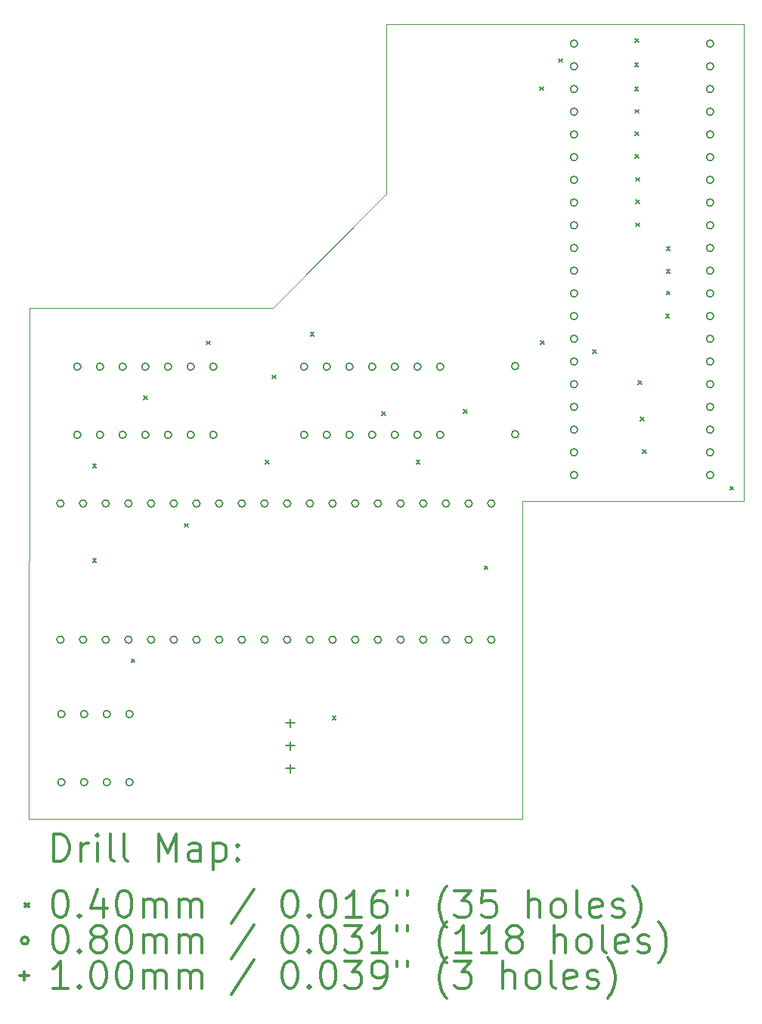
<source format=gbr>
%FSLAX45Y45*%
G04 Gerber Fmt 4.5, Leading zero omitted, Abs format (unit mm)*
G04 Created by KiCad (PCBNEW (5.1.7)-1) date 2021-07-10 09:41:06*
%MOMM*%
%LPD*%
G01*
G04 APERTURE LIST*
%TA.AperFunction,Profile*%
%ADD10C,0.050000*%
%TD*%
%ADD11C,0.200000*%
%ADD12C,0.300000*%
G04 APERTURE END LIST*
D10*
X10160000Y-8890000D02*
X11430000Y-7613650D01*
X15430500Y-5715000D02*
X15430500Y-11049000D01*
X11430000Y-5715000D02*
X15430500Y-5715000D01*
X11430000Y-7613650D02*
X11430000Y-5715000D01*
X7429500Y-8890000D02*
X10160000Y-8890000D01*
X7423150Y-14605000D02*
X7429500Y-8890000D01*
X12954000Y-14605000D02*
X7423150Y-14605000D01*
X12954000Y-11049000D02*
X12954000Y-14605000D01*
X15430500Y-11049000D02*
X12954000Y-11049000D01*
D11*
X8139750Y-10635300D02*
X8179750Y-10675300D01*
X8179750Y-10635300D02*
X8139750Y-10675300D01*
X8139750Y-11689400D02*
X8179750Y-11729400D01*
X8179750Y-11689400D02*
X8139750Y-11729400D01*
X8571550Y-12813350D02*
X8611550Y-12853350D01*
X8611550Y-12813350D02*
X8571550Y-12853350D01*
X8713540Y-9871010D02*
X8753540Y-9911010D01*
X8753540Y-9871010D02*
X8713540Y-9911010D01*
X9170210Y-11298180D02*
X9210210Y-11338180D01*
X9210210Y-11298180D02*
X9170210Y-11338180D01*
X9416100Y-9257350D02*
X9456100Y-9297350D01*
X9456100Y-9257350D02*
X9416100Y-9297350D01*
X10076350Y-10591420D02*
X10116350Y-10631420D01*
X10116350Y-10591420D02*
X10076350Y-10631420D01*
X10151090Y-9637450D02*
X10191090Y-9677450D01*
X10191090Y-9637450D02*
X10151090Y-9677450D01*
X10578400Y-9162350D02*
X10618400Y-9202350D01*
X10618400Y-9162350D02*
X10578400Y-9202350D01*
X10825800Y-13454700D02*
X10865800Y-13494700D01*
X10865800Y-13454700D02*
X10825800Y-13494700D01*
X11378200Y-10046370D02*
X11418200Y-10086370D01*
X11418200Y-10046370D02*
X11378200Y-10086370D01*
X11765600Y-10590850D02*
X11805600Y-10630850D01*
X11805600Y-10590850D02*
X11765600Y-10630850D01*
X12292650Y-10025700D02*
X12332650Y-10065700D01*
X12332650Y-10025700D02*
X12292650Y-10065700D01*
X12527600Y-11771950D02*
X12567600Y-11811950D01*
X12567600Y-11771950D02*
X12527600Y-11811950D01*
X13149900Y-6412550D02*
X13189900Y-6452550D01*
X13189900Y-6412550D02*
X13149900Y-6452550D01*
X13154790Y-9255590D02*
X13194790Y-9295590D01*
X13194790Y-9255590D02*
X13154790Y-9295590D01*
X13359390Y-6098150D02*
X13399390Y-6138150D01*
X13399390Y-6098150D02*
X13359390Y-6138150D01*
X13741390Y-9352280D02*
X13781390Y-9392280D01*
X13781390Y-9352280D02*
X13741390Y-9392280D01*
X14210350Y-6145850D02*
X14250350Y-6185850D01*
X14250350Y-6145850D02*
X14210350Y-6185850D01*
X14210350Y-6418900D02*
X14250350Y-6458900D01*
X14250350Y-6418900D02*
X14210350Y-6458900D01*
X14216700Y-5872800D02*
X14256700Y-5912800D01*
X14256700Y-5872800D02*
X14216700Y-5912800D01*
X14216700Y-6666550D02*
X14256700Y-6706550D01*
X14256700Y-6666550D02*
X14216700Y-6706550D01*
X14216700Y-6914200D02*
X14256700Y-6954200D01*
X14256700Y-6914200D02*
X14216700Y-6954200D01*
X14216700Y-7168200D02*
X14256700Y-7208200D01*
X14256700Y-7168200D02*
X14216700Y-7208200D01*
X14223050Y-7428550D02*
X14263050Y-7468550D01*
X14263050Y-7428550D02*
X14223050Y-7468550D01*
X14223050Y-7676200D02*
X14263050Y-7716200D01*
X14263050Y-7676200D02*
X14223050Y-7716200D01*
X14223050Y-7936550D02*
X14263050Y-7976550D01*
X14263050Y-7936550D02*
X14223050Y-7976550D01*
X14248450Y-9701850D02*
X14288450Y-9741850D01*
X14288450Y-9701850D02*
X14248450Y-9741850D01*
X14273850Y-10108250D02*
X14313850Y-10148250D01*
X14313850Y-10108250D02*
X14273850Y-10148250D01*
X14299250Y-10470200D02*
X14339250Y-10510200D01*
X14339250Y-10470200D02*
X14299250Y-10510200D01*
X14559600Y-8958900D02*
X14599600Y-8998900D01*
X14599600Y-8958900D02*
X14559600Y-8998900D01*
X14565950Y-8203250D02*
X14605950Y-8243250D01*
X14605950Y-8203250D02*
X14565950Y-8243250D01*
X14565950Y-8457250D02*
X14605950Y-8497250D01*
X14605950Y-8457250D02*
X14565950Y-8497250D01*
X14565950Y-8698550D02*
X14605950Y-8738550D01*
X14605950Y-8698550D02*
X14565950Y-8738550D01*
X15277150Y-10882950D02*
X15317150Y-10922950D01*
X15317150Y-10882950D02*
X15277150Y-10922950D01*
X12911400Y-9537700D02*
G75*
G03*
X12911400Y-9537700I-40000J0D01*
G01*
X12911400Y-10299700D02*
G75*
G03*
X12911400Y-10299700I-40000J0D01*
G01*
X7831450Y-13430200D02*
G75*
G03*
X7831450Y-13430200I-40000J0D01*
G01*
X7831450Y-14192200D02*
G75*
G03*
X7831450Y-14192200I-40000J0D01*
G01*
X8085450Y-13430200D02*
G75*
G03*
X8085450Y-13430200I-40000J0D01*
G01*
X8085450Y-14192200D02*
G75*
G03*
X8085450Y-14192200I-40000J0D01*
G01*
X8339450Y-13430200D02*
G75*
G03*
X8339450Y-13430200I-40000J0D01*
G01*
X8339450Y-14192200D02*
G75*
G03*
X8339450Y-14192200I-40000J0D01*
G01*
X8593450Y-13430200D02*
G75*
G03*
X8593450Y-13430200I-40000J0D01*
G01*
X8593450Y-14192200D02*
G75*
G03*
X8593450Y-14192200I-40000J0D01*
G01*
X7818750Y-11074400D02*
G75*
G03*
X7818750Y-11074400I-40000J0D01*
G01*
X7818750Y-12598400D02*
G75*
G03*
X7818750Y-12598400I-40000J0D01*
G01*
X8072750Y-11074400D02*
G75*
G03*
X8072750Y-11074400I-40000J0D01*
G01*
X8072750Y-12598400D02*
G75*
G03*
X8072750Y-12598400I-40000J0D01*
G01*
X8326750Y-11074400D02*
G75*
G03*
X8326750Y-11074400I-40000J0D01*
G01*
X8326750Y-12598400D02*
G75*
G03*
X8326750Y-12598400I-40000J0D01*
G01*
X8580750Y-11074400D02*
G75*
G03*
X8580750Y-11074400I-40000J0D01*
G01*
X8580750Y-12598400D02*
G75*
G03*
X8580750Y-12598400I-40000J0D01*
G01*
X8834750Y-11074400D02*
G75*
G03*
X8834750Y-11074400I-40000J0D01*
G01*
X8834750Y-12598400D02*
G75*
G03*
X8834750Y-12598400I-40000J0D01*
G01*
X9088750Y-11074400D02*
G75*
G03*
X9088750Y-11074400I-40000J0D01*
G01*
X9088750Y-12598400D02*
G75*
G03*
X9088750Y-12598400I-40000J0D01*
G01*
X9342750Y-11074400D02*
G75*
G03*
X9342750Y-11074400I-40000J0D01*
G01*
X9342750Y-12598400D02*
G75*
G03*
X9342750Y-12598400I-40000J0D01*
G01*
X9596750Y-11074400D02*
G75*
G03*
X9596750Y-11074400I-40000J0D01*
G01*
X9596750Y-12598400D02*
G75*
G03*
X9596750Y-12598400I-40000J0D01*
G01*
X9850750Y-11074400D02*
G75*
G03*
X9850750Y-11074400I-40000J0D01*
G01*
X9850750Y-12598400D02*
G75*
G03*
X9850750Y-12598400I-40000J0D01*
G01*
X10104750Y-11074400D02*
G75*
G03*
X10104750Y-11074400I-40000J0D01*
G01*
X10104750Y-12598400D02*
G75*
G03*
X10104750Y-12598400I-40000J0D01*
G01*
X10358750Y-11074400D02*
G75*
G03*
X10358750Y-11074400I-40000J0D01*
G01*
X10358750Y-12598400D02*
G75*
G03*
X10358750Y-12598400I-40000J0D01*
G01*
X10612750Y-11074400D02*
G75*
G03*
X10612750Y-11074400I-40000J0D01*
G01*
X10612750Y-12598400D02*
G75*
G03*
X10612750Y-12598400I-40000J0D01*
G01*
X10866750Y-11074400D02*
G75*
G03*
X10866750Y-11074400I-40000J0D01*
G01*
X10866750Y-12598400D02*
G75*
G03*
X10866750Y-12598400I-40000J0D01*
G01*
X11120750Y-11074400D02*
G75*
G03*
X11120750Y-11074400I-40000J0D01*
G01*
X11120750Y-12598400D02*
G75*
G03*
X11120750Y-12598400I-40000J0D01*
G01*
X11374750Y-11074400D02*
G75*
G03*
X11374750Y-11074400I-40000J0D01*
G01*
X11374750Y-12598400D02*
G75*
G03*
X11374750Y-12598400I-40000J0D01*
G01*
X11628750Y-11074400D02*
G75*
G03*
X11628750Y-11074400I-40000J0D01*
G01*
X11628750Y-12598400D02*
G75*
G03*
X11628750Y-12598400I-40000J0D01*
G01*
X11882750Y-11074400D02*
G75*
G03*
X11882750Y-11074400I-40000J0D01*
G01*
X11882750Y-12598400D02*
G75*
G03*
X11882750Y-12598400I-40000J0D01*
G01*
X12136750Y-11074400D02*
G75*
G03*
X12136750Y-11074400I-40000J0D01*
G01*
X12136750Y-12598400D02*
G75*
G03*
X12136750Y-12598400I-40000J0D01*
G01*
X12390750Y-11074400D02*
G75*
G03*
X12390750Y-11074400I-40000J0D01*
G01*
X12390750Y-12598400D02*
G75*
G03*
X12390750Y-12598400I-40000J0D01*
G01*
X12644750Y-11074400D02*
G75*
G03*
X12644750Y-11074400I-40000J0D01*
G01*
X12644750Y-12598400D02*
G75*
G03*
X12644750Y-12598400I-40000J0D01*
G01*
X8009250Y-9544000D02*
G75*
G03*
X8009250Y-9544000I-40000J0D01*
G01*
X8009250Y-10306000D02*
G75*
G03*
X8009250Y-10306000I-40000J0D01*
G01*
X8263250Y-9544000D02*
G75*
G03*
X8263250Y-9544000I-40000J0D01*
G01*
X8263250Y-10306000D02*
G75*
G03*
X8263250Y-10306000I-40000J0D01*
G01*
X8517250Y-9544000D02*
G75*
G03*
X8517250Y-9544000I-40000J0D01*
G01*
X8517250Y-10306000D02*
G75*
G03*
X8517250Y-10306000I-40000J0D01*
G01*
X8771250Y-9544000D02*
G75*
G03*
X8771250Y-9544000I-40000J0D01*
G01*
X8771250Y-10306000D02*
G75*
G03*
X8771250Y-10306000I-40000J0D01*
G01*
X9025250Y-9544000D02*
G75*
G03*
X9025250Y-9544000I-40000J0D01*
G01*
X9025250Y-10306000D02*
G75*
G03*
X9025250Y-10306000I-40000J0D01*
G01*
X9279250Y-9544000D02*
G75*
G03*
X9279250Y-9544000I-40000J0D01*
G01*
X9279250Y-10306000D02*
G75*
G03*
X9279250Y-10306000I-40000J0D01*
G01*
X9533250Y-9544000D02*
G75*
G03*
X9533250Y-9544000I-40000J0D01*
G01*
X9533250Y-10306000D02*
G75*
G03*
X9533250Y-10306000I-40000J0D01*
G01*
X10549200Y-9544000D02*
G75*
G03*
X10549200Y-9544000I-40000J0D01*
G01*
X10549200Y-10306000D02*
G75*
G03*
X10549200Y-10306000I-40000J0D01*
G01*
X10803200Y-9544000D02*
G75*
G03*
X10803200Y-9544000I-40000J0D01*
G01*
X10803200Y-10306000D02*
G75*
G03*
X10803200Y-10306000I-40000J0D01*
G01*
X11057200Y-9544000D02*
G75*
G03*
X11057200Y-9544000I-40000J0D01*
G01*
X11057200Y-10306000D02*
G75*
G03*
X11057200Y-10306000I-40000J0D01*
G01*
X11311200Y-9544000D02*
G75*
G03*
X11311200Y-9544000I-40000J0D01*
G01*
X11311200Y-10306000D02*
G75*
G03*
X11311200Y-10306000I-40000J0D01*
G01*
X11565200Y-9544000D02*
G75*
G03*
X11565200Y-9544000I-40000J0D01*
G01*
X11565200Y-10306000D02*
G75*
G03*
X11565200Y-10306000I-40000J0D01*
G01*
X11819200Y-9544000D02*
G75*
G03*
X11819200Y-9544000I-40000J0D01*
G01*
X11819200Y-10306000D02*
G75*
G03*
X11819200Y-10306000I-40000J0D01*
G01*
X12073200Y-9544000D02*
G75*
G03*
X12073200Y-9544000I-40000J0D01*
G01*
X12073200Y-10306000D02*
G75*
G03*
X12073200Y-10306000I-40000J0D01*
G01*
X13571200Y-5929700D02*
G75*
G03*
X13571200Y-5929700I-40000J0D01*
G01*
X13571200Y-6183700D02*
G75*
G03*
X13571200Y-6183700I-40000J0D01*
G01*
X13571200Y-6437700D02*
G75*
G03*
X13571200Y-6437700I-40000J0D01*
G01*
X13571200Y-6691700D02*
G75*
G03*
X13571200Y-6691700I-40000J0D01*
G01*
X13571200Y-6945700D02*
G75*
G03*
X13571200Y-6945700I-40000J0D01*
G01*
X13571200Y-7199700D02*
G75*
G03*
X13571200Y-7199700I-40000J0D01*
G01*
X13571200Y-7453700D02*
G75*
G03*
X13571200Y-7453700I-40000J0D01*
G01*
X13571200Y-7707700D02*
G75*
G03*
X13571200Y-7707700I-40000J0D01*
G01*
X13571200Y-7961700D02*
G75*
G03*
X13571200Y-7961700I-40000J0D01*
G01*
X13571200Y-8215700D02*
G75*
G03*
X13571200Y-8215700I-40000J0D01*
G01*
X13571200Y-8469700D02*
G75*
G03*
X13571200Y-8469700I-40000J0D01*
G01*
X13571200Y-8723700D02*
G75*
G03*
X13571200Y-8723700I-40000J0D01*
G01*
X13571200Y-8977700D02*
G75*
G03*
X13571200Y-8977700I-40000J0D01*
G01*
X13571200Y-9231700D02*
G75*
G03*
X13571200Y-9231700I-40000J0D01*
G01*
X13571200Y-9485700D02*
G75*
G03*
X13571200Y-9485700I-40000J0D01*
G01*
X13571200Y-9739700D02*
G75*
G03*
X13571200Y-9739700I-40000J0D01*
G01*
X13571200Y-9993700D02*
G75*
G03*
X13571200Y-9993700I-40000J0D01*
G01*
X13571200Y-10247700D02*
G75*
G03*
X13571200Y-10247700I-40000J0D01*
G01*
X13571200Y-10501700D02*
G75*
G03*
X13571200Y-10501700I-40000J0D01*
G01*
X13571200Y-10755700D02*
G75*
G03*
X13571200Y-10755700I-40000J0D01*
G01*
X15095200Y-5929700D02*
G75*
G03*
X15095200Y-5929700I-40000J0D01*
G01*
X15095200Y-6183700D02*
G75*
G03*
X15095200Y-6183700I-40000J0D01*
G01*
X15095200Y-6437700D02*
G75*
G03*
X15095200Y-6437700I-40000J0D01*
G01*
X15095200Y-6691700D02*
G75*
G03*
X15095200Y-6691700I-40000J0D01*
G01*
X15095200Y-6945700D02*
G75*
G03*
X15095200Y-6945700I-40000J0D01*
G01*
X15095200Y-7199700D02*
G75*
G03*
X15095200Y-7199700I-40000J0D01*
G01*
X15095200Y-7453700D02*
G75*
G03*
X15095200Y-7453700I-40000J0D01*
G01*
X15095200Y-7707700D02*
G75*
G03*
X15095200Y-7707700I-40000J0D01*
G01*
X15095200Y-7961700D02*
G75*
G03*
X15095200Y-7961700I-40000J0D01*
G01*
X15095200Y-8215700D02*
G75*
G03*
X15095200Y-8215700I-40000J0D01*
G01*
X15095200Y-8469700D02*
G75*
G03*
X15095200Y-8469700I-40000J0D01*
G01*
X15095200Y-8723700D02*
G75*
G03*
X15095200Y-8723700I-40000J0D01*
G01*
X15095200Y-8977700D02*
G75*
G03*
X15095200Y-8977700I-40000J0D01*
G01*
X15095200Y-9231700D02*
G75*
G03*
X15095200Y-9231700I-40000J0D01*
G01*
X15095200Y-9485700D02*
G75*
G03*
X15095200Y-9485700I-40000J0D01*
G01*
X15095200Y-9739700D02*
G75*
G03*
X15095200Y-9739700I-40000J0D01*
G01*
X15095200Y-9993700D02*
G75*
G03*
X15095200Y-9993700I-40000J0D01*
G01*
X15095200Y-10247700D02*
G75*
G03*
X15095200Y-10247700I-40000J0D01*
G01*
X15095200Y-10501700D02*
G75*
G03*
X15095200Y-10501700I-40000J0D01*
G01*
X15095200Y-10755700D02*
G75*
G03*
X15095200Y-10755700I-40000J0D01*
G01*
X10350500Y-13481800D02*
X10350500Y-13581800D01*
X10300500Y-13531800D02*
X10400500Y-13531800D01*
X10350500Y-13735800D02*
X10350500Y-13835800D01*
X10300500Y-13785800D02*
X10400500Y-13785800D01*
X10350500Y-13989800D02*
X10350500Y-14089800D01*
X10300500Y-14039800D02*
X10400500Y-14039800D01*
D12*
X7707078Y-15073214D02*
X7707078Y-14773214D01*
X7778507Y-14773214D01*
X7821364Y-14787500D01*
X7849936Y-14816071D01*
X7864221Y-14844643D01*
X7878507Y-14901786D01*
X7878507Y-14944643D01*
X7864221Y-15001786D01*
X7849936Y-15030357D01*
X7821364Y-15058929D01*
X7778507Y-15073214D01*
X7707078Y-15073214D01*
X8007078Y-15073214D02*
X8007078Y-14873214D01*
X8007078Y-14930357D02*
X8021364Y-14901786D01*
X8035650Y-14887500D01*
X8064221Y-14873214D01*
X8092793Y-14873214D01*
X8192793Y-15073214D02*
X8192793Y-14873214D01*
X8192793Y-14773214D02*
X8178507Y-14787500D01*
X8192793Y-14801786D01*
X8207078Y-14787500D01*
X8192793Y-14773214D01*
X8192793Y-14801786D01*
X8378507Y-15073214D02*
X8349936Y-15058929D01*
X8335650Y-15030357D01*
X8335650Y-14773214D01*
X8535650Y-15073214D02*
X8507078Y-15058929D01*
X8492793Y-15030357D01*
X8492793Y-14773214D01*
X8878507Y-15073214D02*
X8878507Y-14773214D01*
X8978507Y-14987500D01*
X9078507Y-14773214D01*
X9078507Y-15073214D01*
X9349936Y-15073214D02*
X9349936Y-14916071D01*
X9335650Y-14887500D01*
X9307078Y-14873214D01*
X9249936Y-14873214D01*
X9221364Y-14887500D01*
X9349936Y-15058929D02*
X9321364Y-15073214D01*
X9249936Y-15073214D01*
X9221364Y-15058929D01*
X9207078Y-15030357D01*
X9207078Y-15001786D01*
X9221364Y-14973214D01*
X9249936Y-14958929D01*
X9321364Y-14958929D01*
X9349936Y-14944643D01*
X9492793Y-14873214D02*
X9492793Y-15173214D01*
X9492793Y-14887500D02*
X9521364Y-14873214D01*
X9578507Y-14873214D01*
X9607078Y-14887500D01*
X9621364Y-14901786D01*
X9635650Y-14930357D01*
X9635650Y-15016071D01*
X9621364Y-15044643D01*
X9607078Y-15058929D01*
X9578507Y-15073214D01*
X9521364Y-15073214D01*
X9492793Y-15058929D01*
X9764221Y-15044643D02*
X9778507Y-15058929D01*
X9764221Y-15073214D01*
X9749936Y-15058929D01*
X9764221Y-15044643D01*
X9764221Y-15073214D01*
X9764221Y-14887500D02*
X9778507Y-14901786D01*
X9764221Y-14916071D01*
X9749936Y-14901786D01*
X9764221Y-14887500D01*
X9764221Y-14916071D01*
X7380650Y-15547500D02*
X7420650Y-15587500D01*
X7420650Y-15547500D02*
X7380650Y-15587500D01*
X7764221Y-15403214D02*
X7792793Y-15403214D01*
X7821364Y-15417500D01*
X7835650Y-15431786D01*
X7849936Y-15460357D01*
X7864221Y-15517500D01*
X7864221Y-15588929D01*
X7849936Y-15646071D01*
X7835650Y-15674643D01*
X7821364Y-15688929D01*
X7792793Y-15703214D01*
X7764221Y-15703214D01*
X7735650Y-15688929D01*
X7721364Y-15674643D01*
X7707078Y-15646071D01*
X7692793Y-15588929D01*
X7692793Y-15517500D01*
X7707078Y-15460357D01*
X7721364Y-15431786D01*
X7735650Y-15417500D01*
X7764221Y-15403214D01*
X7992793Y-15674643D02*
X8007078Y-15688929D01*
X7992793Y-15703214D01*
X7978507Y-15688929D01*
X7992793Y-15674643D01*
X7992793Y-15703214D01*
X8264221Y-15503214D02*
X8264221Y-15703214D01*
X8192793Y-15388929D02*
X8121364Y-15603214D01*
X8307078Y-15603214D01*
X8478507Y-15403214D02*
X8507078Y-15403214D01*
X8535650Y-15417500D01*
X8549936Y-15431786D01*
X8564221Y-15460357D01*
X8578507Y-15517500D01*
X8578507Y-15588929D01*
X8564221Y-15646071D01*
X8549936Y-15674643D01*
X8535650Y-15688929D01*
X8507078Y-15703214D01*
X8478507Y-15703214D01*
X8449936Y-15688929D01*
X8435650Y-15674643D01*
X8421364Y-15646071D01*
X8407078Y-15588929D01*
X8407078Y-15517500D01*
X8421364Y-15460357D01*
X8435650Y-15431786D01*
X8449936Y-15417500D01*
X8478507Y-15403214D01*
X8707078Y-15703214D02*
X8707078Y-15503214D01*
X8707078Y-15531786D02*
X8721364Y-15517500D01*
X8749936Y-15503214D01*
X8792793Y-15503214D01*
X8821364Y-15517500D01*
X8835650Y-15546071D01*
X8835650Y-15703214D01*
X8835650Y-15546071D02*
X8849936Y-15517500D01*
X8878507Y-15503214D01*
X8921364Y-15503214D01*
X8949936Y-15517500D01*
X8964221Y-15546071D01*
X8964221Y-15703214D01*
X9107078Y-15703214D02*
X9107078Y-15503214D01*
X9107078Y-15531786D02*
X9121364Y-15517500D01*
X9149936Y-15503214D01*
X9192793Y-15503214D01*
X9221364Y-15517500D01*
X9235650Y-15546071D01*
X9235650Y-15703214D01*
X9235650Y-15546071D02*
X9249936Y-15517500D01*
X9278507Y-15503214D01*
X9321364Y-15503214D01*
X9349936Y-15517500D01*
X9364221Y-15546071D01*
X9364221Y-15703214D01*
X9949936Y-15388929D02*
X9692793Y-15774643D01*
X10335650Y-15403214D02*
X10364221Y-15403214D01*
X10392793Y-15417500D01*
X10407078Y-15431786D01*
X10421364Y-15460357D01*
X10435650Y-15517500D01*
X10435650Y-15588929D01*
X10421364Y-15646071D01*
X10407078Y-15674643D01*
X10392793Y-15688929D01*
X10364221Y-15703214D01*
X10335650Y-15703214D01*
X10307078Y-15688929D01*
X10292793Y-15674643D01*
X10278507Y-15646071D01*
X10264221Y-15588929D01*
X10264221Y-15517500D01*
X10278507Y-15460357D01*
X10292793Y-15431786D01*
X10307078Y-15417500D01*
X10335650Y-15403214D01*
X10564221Y-15674643D02*
X10578507Y-15688929D01*
X10564221Y-15703214D01*
X10549936Y-15688929D01*
X10564221Y-15674643D01*
X10564221Y-15703214D01*
X10764221Y-15403214D02*
X10792793Y-15403214D01*
X10821364Y-15417500D01*
X10835650Y-15431786D01*
X10849936Y-15460357D01*
X10864221Y-15517500D01*
X10864221Y-15588929D01*
X10849936Y-15646071D01*
X10835650Y-15674643D01*
X10821364Y-15688929D01*
X10792793Y-15703214D01*
X10764221Y-15703214D01*
X10735650Y-15688929D01*
X10721364Y-15674643D01*
X10707078Y-15646071D01*
X10692793Y-15588929D01*
X10692793Y-15517500D01*
X10707078Y-15460357D01*
X10721364Y-15431786D01*
X10735650Y-15417500D01*
X10764221Y-15403214D01*
X11149936Y-15703214D02*
X10978507Y-15703214D01*
X11064221Y-15703214D02*
X11064221Y-15403214D01*
X11035650Y-15446071D01*
X11007078Y-15474643D01*
X10978507Y-15488929D01*
X11407078Y-15403214D02*
X11349936Y-15403214D01*
X11321364Y-15417500D01*
X11307078Y-15431786D01*
X11278507Y-15474643D01*
X11264221Y-15531786D01*
X11264221Y-15646071D01*
X11278507Y-15674643D01*
X11292793Y-15688929D01*
X11321364Y-15703214D01*
X11378507Y-15703214D01*
X11407078Y-15688929D01*
X11421364Y-15674643D01*
X11435650Y-15646071D01*
X11435650Y-15574643D01*
X11421364Y-15546071D01*
X11407078Y-15531786D01*
X11378507Y-15517500D01*
X11321364Y-15517500D01*
X11292793Y-15531786D01*
X11278507Y-15546071D01*
X11264221Y-15574643D01*
X11549936Y-15403214D02*
X11549936Y-15460357D01*
X11664221Y-15403214D02*
X11664221Y-15460357D01*
X12107078Y-15817500D02*
X12092793Y-15803214D01*
X12064221Y-15760357D01*
X12049936Y-15731786D01*
X12035650Y-15688929D01*
X12021364Y-15617500D01*
X12021364Y-15560357D01*
X12035650Y-15488929D01*
X12049936Y-15446071D01*
X12064221Y-15417500D01*
X12092793Y-15374643D01*
X12107078Y-15360357D01*
X12192793Y-15403214D02*
X12378507Y-15403214D01*
X12278507Y-15517500D01*
X12321364Y-15517500D01*
X12349936Y-15531786D01*
X12364221Y-15546071D01*
X12378507Y-15574643D01*
X12378507Y-15646071D01*
X12364221Y-15674643D01*
X12349936Y-15688929D01*
X12321364Y-15703214D01*
X12235650Y-15703214D01*
X12207078Y-15688929D01*
X12192793Y-15674643D01*
X12649936Y-15403214D02*
X12507078Y-15403214D01*
X12492793Y-15546071D01*
X12507078Y-15531786D01*
X12535650Y-15517500D01*
X12607078Y-15517500D01*
X12635650Y-15531786D01*
X12649936Y-15546071D01*
X12664221Y-15574643D01*
X12664221Y-15646071D01*
X12649936Y-15674643D01*
X12635650Y-15688929D01*
X12607078Y-15703214D01*
X12535650Y-15703214D01*
X12507078Y-15688929D01*
X12492793Y-15674643D01*
X13021364Y-15703214D02*
X13021364Y-15403214D01*
X13149936Y-15703214D02*
X13149936Y-15546071D01*
X13135650Y-15517500D01*
X13107078Y-15503214D01*
X13064221Y-15503214D01*
X13035650Y-15517500D01*
X13021364Y-15531786D01*
X13335650Y-15703214D02*
X13307078Y-15688929D01*
X13292793Y-15674643D01*
X13278507Y-15646071D01*
X13278507Y-15560357D01*
X13292793Y-15531786D01*
X13307078Y-15517500D01*
X13335650Y-15503214D01*
X13378507Y-15503214D01*
X13407078Y-15517500D01*
X13421364Y-15531786D01*
X13435650Y-15560357D01*
X13435650Y-15646071D01*
X13421364Y-15674643D01*
X13407078Y-15688929D01*
X13378507Y-15703214D01*
X13335650Y-15703214D01*
X13607078Y-15703214D02*
X13578507Y-15688929D01*
X13564221Y-15660357D01*
X13564221Y-15403214D01*
X13835650Y-15688929D02*
X13807078Y-15703214D01*
X13749936Y-15703214D01*
X13721364Y-15688929D01*
X13707078Y-15660357D01*
X13707078Y-15546071D01*
X13721364Y-15517500D01*
X13749936Y-15503214D01*
X13807078Y-15503214D01*
X13835650Y-15517500D01*
X13849936Y-15546071D01*
X13849936Y-15574643D01*
X13707078Y-15603214D01*
X13964221Y-15688929D02*
X13992793Y-15703214D01*
X14049936Y-15703214D01*
X14078507Y-15688929D01*
X14092793Y-15660357D01*
X14092793Y-15646071D01*
X14078507Y-15617500D01*
X14049936Y-15603214D01*
X14007078Y-15603214D01*
X13978507Y-15588929D01*
X13964221Y-15560357D01*
X13964221Y-15546071D01*
X13978507Y-15517500D01*
X14007078Y-15503214D01*
X14049936Y-15503214D01*
X14078507Y-15517500D01*
X14192793Y-15817500D02*
X14207078Y-15803214D01*
X14235650Y-15760357D01*
X14249936Y-15731786D01*
X14264221Y-15688929D01*
X14278507Y-15617500D01*
X14278507Y-15560357D01*
X14264221Y-15488929D01*
X14249936Y-15446071D01*
X14235650Y-15417500D01*
X14207078Y-15374643D01*
X14192793Y-15360357D01*
X7420650Y-15963500D02*
G75*
G03*
X7420650Y-15963500I-40000J0D01*
G01*
X7764221Y-15799214D02*
X7792793Y-15799214D01*
X7821364Y-15813500D01*
X7835650Y-15827786D01*
X7849936Y-15856357D01*
X7864221Y-15913500D01*
X7864221Y-15984929D01*
X7849936Y-16042071D01*
X7835650Y-16070643D01*
X7821364Y-16084929D01*
X7792793Y-16099214D01*
X7764221Y-16099214D01*
X7735650Y-16084929D01*
X7721364Y-16070643D01*
X7707078Y-16042071D01*
X7692793Y-15984929D01*
X7692793Y-15913500D01*
X7707078Y-15856357D01*
X7721364Y-15827786D01*
X7735650Y-15813500D01*
X7764221Y-15799214D01*
X7992793Y-16070643D02*
X8007078Y-16084929D01*
X7992793Y-16099214D01*
X7978507Y-16084929D01*
X7992793Y-16070643D01*
X7992793Y-16099214D01*
X8178507Y-15927786D02*
X8149936Y-15913500D01*
X8135650Y-15899214D01*
X8121364Y-15870643D01*
X8121364Y-15856357D01*
X8135650Y-15827786D01*
X8149936Y-15813500D01*
X8178507Y-15799214D01*
X8235650Y-15799214D01*
X8264221Y-15813500D01*
X8278507Y-15827786D01*
X8292793Y-15856357D01*
X8292793Y-15870643D01*
X8278507Y-15899214D01*
X8264221Y-15913500D01*
X8235650Y-15927786D01*
X8178507Y-15927786D01*
X8149936Y-15942071D01*
X8135650Y-15956357D01*
X8121364Y-15984929D01*
X8121364Y-16042071D01*
X8135650Y-16070643D01*
X8149936Y-16084929D01*
X8178507Y-16099214D01*
X8235650Y-16099214D01*
X8264221Y-16084929D01*
X8278507Y-16070643D01*
X8292793Y-16042071D01*
X8292793Y-15984929D01*
X8278507Y-15956357D01*
X8264221Y-15942071D01*
X8235650Y-15927786D01*
X8478507Y-15799214D02*
X8507078Y-15799214D01*
X8535650Y-15813500D01*
X8549936Y-15827786D01*
X8564221Y-15856357D01*
X8578507Y-15913500D01*
X8578507Y-15984929D01*
X8564221Y-16042071D01*
X8549936Y-16070643D01*
X8535650Y-16084929D01*
X8507078Y-16099214D01*
X8478507Y-16099214D01*
X8449936Y-16084929D01*
X8435650Y-16070643D01*
X8421364Y-16042071D01*
X8407078Y-15984929D01*
X8407078Y-15913500D01*
X8421364Y-15856357D01*
X8435650Y-15827786D01*
X8449936Y-15813500D01*
X8478507Y-15799214D01*
X8707078Y-16099214D02*
X8707078Y-15899214D01*
X8707078Y-15927786D02*
X8721364Y-15913500D01*
X8749936Y-15899214D01*
X8792793Y-15899214D01*
X8821364Y-15913500D01*
X8835650Y-15942071D01*
X8835650Y-16099214D01*
X8835650Y-15942071D02*
X8849936Y-15913500D01*
X8878507Y-15899214D01*
X8921364Y-15899214D01*
X8949936Y-15913500D01*
X8964221Y-15942071D01*
X8964221Y-16099214D01*
X9107078Y-16099214D02*
X9107078Y-15899214D01*
X9107078Y-15927786D02*
X9121364Y-15913500D01*
X9149936Y-15899214D01*
X9192793Y-15899214D01*
X9221364Y-15913500D01*
X9235650Y-15942071D01*
X9235650Y-16099214D01*
X9235650Y-15942071D02*
X9249936Y-15913500D01*
X9278507Y-15899214D01*
X9321364Y-15899214D01*
X9349936Y-15913500D01*
X9364221Y-15942071D01*
X9364221Y-16099214D01*
X9949936Y-15784929D02*
X9692793Y-16170643D01*
X10335650Y-15799214D02*
X10364221Y-15799214D01*
X10392793Y-15813500D01*
X10407078Y-15827786D01*
X10421364Y-15856357D01*
X10435650Y-15913500D01*
X10435650Y-15984929D01*
X10421364Y-16042071D01*
X10407078Y-16070643D01*
X10392793Y-16084929D01*
X10364221Y-16099214D01*
X10335650Y-16099214D01*
X10307078Y-16084929D01*
X10292793Y-16070643D01*
X10278507Y-16042071D01*
X10264221Y-15984929D01*
X10264221Y-15913500D01*
X10278507Y-15856357D01*
X10292793Y-15827786D01*
X10307078Y-15813500D01*
X10335650Y-15799214D01*
X10564221Y-16070643D02*
X10578507Y-16084929D01*
X10564221Y-16099214D01*
X10549936Y-16084929D01*
X10564221Y-16070643D01*
X10564221Y-16099214D01*
X10764221Y-15799214D02*
X10792793Y-15799214D01*
X10821364Y-15813500D01*
X10835650Y-15827786D01*
X10849936Y-15856357D01*
X10864221Y-15913500D01*
X10864221Y-15984929D01*
X10849936Y-16042071D01*
X10835650Y-16070643D01*
X10821364Y-16084929D01*
X10792793Y-16099214D01*
X10764221Y-16099214D01*
X10735650Y-16084929D01*
X10721364Y-16070643D01*
X10707078Y-16042071D01*
X10692793Y-15984929D01*
X10692793Y-15913500D01*
X10707078Y-15856357D01*
X10721364Y-15827786D01*
X10735650Y-15813500D01*
X10764221Y-15799214D01*
X10964221Y-15799214D02*
X11149936Y-15799214D01*
X11049936Y-15913500D01*
X11092793Y-15913500D01*
X11121364Y-15927786D01*
X11135650Y-15942071D01*
X11149936Y-15970643D01*
X11149936Y-16042071D01*
X11135650Y-16070643D01*
X11121364Y-16084929D01*
X11092793Y-16099214D01*
X11007078Y-16099214D01*
X10978507Y-16084929D01*
X10964221Y-16070643D01*
X11435650Y-16099214D02*
X11264221Y-16099214D01*
X11349936Y-16099214D02*
X11349936Y-15799214D01*
X11321364Y-15842071D01*
X11292793Y-15870643D01*
X11264221Y-15884929D01*
X11549936Y-15799214D02*
X11549936Y-15856357D01*
X11664221Y-15799214D02*
X11664221Y-15856357D01*
X12107078Y-16213500D02*
X12092793Y-16199214D01*
X12064221Y-16156357D01*
X12049936Y-16127786D01*
X12035650Y-16084929D01*
X12021364Y-16013500D01*
X12021364Y-15956357D01*
X12035650Y-15884929D01*
X12049936Y-15842071D01*
X12064221Y-15813500D01*
X12092793Y-15770643D01*
X12107078Y-15756357D01*
X12378507Y-16099214D02*
X12207078Y-16099214D01*
X12292793Y-16099214D02*
X12292793Y-15799214D01*
X12264221Y-15842071D01*
X12235650Y-15870643D01*
X12207078Y-15884929D01*
X12664221Y-16099214D02*
X12492793Y-16099214D01*
X12578507Y-16099214D02*
X12578507Y-15799214D01*
X12549936Y-15842071D01*
X12521364Y-15870643D01*
X12492793Y-15884929D01*
X12835650Y-15927786D02*
X12807078Y-15913500D01*
X12792793Y-15899214D01*
X12778507Y-15870643D01*
X12778507Y-15856357D01*
X12792793Y-15827786D01*
X12807078Y-15813500D01*
X12835650Y-15799214D01*
X12892793Y-15799214D01*
X12921364Y-15813500D01*
X12935650Y-15827786D01*
X12949936Y-15856357D01*
X12949936Y-15870643D01*
X12935650Y-15899214D01*
X12921364Y-15913500D01*
X12892793Y-15927786D01*
X12835650Y-15927786D01*
X12807078Y-15942071D01*
X12792793Y-15956357D01*
X12778507Y-15984929D01*
X12778507Y-16042071D01*
X12792793Y-16070643D01*
X12807078Y-16084929D01*
X12835650Y-16099214D01*
X12892793Y-16099214D01*
X12921364Y-16084929D01*
X12935650Y-16070643D01*
X12949936Y-16042071D01*
X12949936Y-15984929D01*
X12935650Y-15956357D01*
X12921364Y-15942071D01*
X12892793Y-15927786D01*
X13307078Y-16099214D02*
X13307078Y-15799214D01*
X13435650Y-16099214D02*
X13435650Y-15942071D01*
X13421364Y-15913500D01*
X13392793Y-15899214D01*
X13349936Y-15899214D01*
X13321364Y-15913500D01*
X13307078Y-15927786D01*
X13621364Y-16099214D02*
X13592793Y-16084929D01*
X13578507Y-16070643D01*
X13564221Y-16042071D01*
X13564221Y-15956357D01*
X13578507Y-15927786D01*
X13592793Y-15913500D01*
X13621364Y-15899214D01*
X13664221Y-15899214D01*
X13692793Y-15913500D01*
X13707078Y-15927786D01*
X13721364Y-15956357D01*
X13721364Y-16042071D01*
X13707078Y-16070643D01*
X13692793Y-16084929D01*
X13664221Y-16099214D01*
X13621364Y-16099214D01*
X13892793Y-16099214D02*
X13864221Y-16084929D01*
X13849936Y-16056357D01*
X13849936Y-15799214D01*
X14121364Y-16084929D02*
X14092793Y-16099214D01*
X14035650Y-16099214D01*
X14007078Y-16084929D01*
X13992793Y-16056357D01*
X13992793Y-15942071D01*
X14007078Y-15913500D01*
X14035650Y-15899214D01*
X14092793Y-15899214D01*
X14121364Y-15913500D01*
X14135650Y-15942071D01*
X14135650Y-15970643D01*
X13992793Y-15999214D01*
X14249936Y-16084929D02*
X14278507Y-16099214D01*
X14335650Y-16099214D01*
X14364221Y-16084929D01*
X14378507Y-16056357D01*
X14378507Y-16042071D01*
X14364221Y-16013500D01*
X14335650Y-15999214D01*
X14292793Y-15999214D01*
X14264221Y-15984929D01*
X14249936Y-15956357D01*
X14249936Y-15942071D01*
X14264221Y-15913500D01*
X14292793Y-15899214D01*
X14335650Y-15899214D01*
X14364221Y-15913500D01*
X14478507Y-16213500D02*
X14492793Y-16199214D01*
X14521364Y-16156357D01*
X14535650Y-16127786D01*
X14549936Y-16084929D01*
X14564221Y-16013500D01*
X14564221Y-15956357D01*
X14549936Y-15884929D01*
X14535650Y-15842071D01*
X14521364Y-15813500D01*
X14492793Y-15770643D01*
X14478507Y-15756357D01*
X7370650Y-16309500D02*
X7370650Y-16409500D01*
X7320650Y-16359500D02*
X7420650Y-16359500D01*
X7864221Y-16495214D02*
X7692793Y-16495214D01*
X7778507Y-16495214D02*
X7778507Y-16195214D01*
X7749936Y-16238071D01*
X7721364Y-16266643D01*
X7692793Y-16280929D01*
X7992793Y-16466643D02*
X8007078Y-16480929D01*
X7992793Y-16495214D01*
X7978507Y-16480929D01*
X7992793Y-16466643D01*
X7992793Y-16495214D01*
X8192793Y-16195214D02*
X8221364Y-16195214D01*
X8249936Y-16209500D01*
X8264221Y-16223786D01*
X8278507Y-16252357D01*
X8292793Y-16309500D01*
X8292793Y-16380929D01*
X8278507Y-16438071D01*
X8264221Y-16466643D01*
X8249936Y-16480929D01*
X8221364Y-16495214D01*
X8192793Y-16495214D01*
X8164221Y-16480929D01*
X8149936Y-16466643D01*
X8135650Y-16438071D01*
X8121364Y-16380929D01*
X8121364Y-16309500D01*
X8135650Y-16252357D01*
X8149936Y-16223786D01*
X8164221Y-16209500D01*
X8192793Y-16195214D01*
X8478507Y-16195214D02*
X8507078Y-16195214D01*
X8535650Y-16209500D01*
X8549936Y-16223786D01*
X8564221Y-16252357D01*
X8578507Y-16309500D01*
X8578507Y-16380929D01*
X8564221Y-16438071D01*
X8549936Y-16466643D01*
X8535650Y-16480929D01*
X8507078Y-16495214D01*
X8478507Y-16495214D01*
X8449936Y-16480929D01*
X8435650Y-16466643D01*
X8421364Y-16438071D01*
X8407078Y-16380929D01*
X8407078Y-16309500D01*
X8421364Y-16252357D01*
X8435650Y-16223786D01*
X8449936Y-16209500D01*
X8478507Y-16195214D01*
X8707078Y-16495214D02*
X8707078Y-16295214D01*
X8707078Y-16323786D02*
X8721364Y-16309500D01*
X8749936Y-16295214D01*
X8792793Y-16295214D01*
X8821364Y-16309500D01*
X8835650Y-16338071D01*
X8835650Y-16495214D01*
X8835650Y-16338071D02*
X8849936Y-16309500D01*
X8878507Y-16295214D01*
X8921364Y-16295214D01*
X8949936Y-16309500D01*
X8964221Y-16338071D01*
X8964221Y-16495214D01*
X9107078Y-16495214D02*
X9107078Y-16295214D01*
X9107078Y-16323786D02*
X9121364Y-16309500D01*
X9149936Y-16295214D01*
X9192793Y-16295214D01*
X9221364Y-16309500D01*
X9235650Y-16338071D01*
X9235650Y-16495214D01*
X9235650Y-16338071D02*
X9249936Y-16309500D01*
X9278507Y-16295214D01*
X9321364Y-16295214D01*
X9349936Y-16309500D01*
X9364221Y-16338071D01*
X9364221Y-16495214D01*
X9949936Y-16180929D02*
X9692793Y-16566643D01*
X10335650Y-16195214D02*
X10364221Y-16195214D01*
X10392793Y-16209500D01*
X10407078Y-16223786D01*
X10421364Y-16252357D01*
X10435650Y-16309500D01*
X10435650Y-16380929D01*
X10421364Y-16438071D01*
X10407078Y-16466643D01*
X10392793Y-16480929D01*
X10364221Y-16495214D01*
X10335650Y-16495214D01*
X10307078Y-16480929D01*
X10292793Y-16466643D01*
X10278507Y-16438071D01*
X10264221Y-16380929D01*
X10264221Y-16309500D01*
X10278507Y-16252357D01*
X10292793Y-16223786D01*
X10307078Y-16209500D01*
X10335650Y-16195214D01*
X10564221Y-16466643D02*
X10578507Y-16480929D01*
X10564221Y-16495214D01*
X10549936Y-16480929D01*
X10564221Y-16466643D01*
X10564221Y-16495214D01*
X10764221Y-16195214D02*
X10792793Y-16195214D01*
X10821364Y-16209500D01*
X10835650Y-16223786D01*
X10849936Y-16252357D01*
X10864221Y-16309500D01*
X10864221Y-16380929D01*
X10849936Y-16438071D01*
X10835650Y-16466643D01*
X10821364Y-16480929D01*
X10792793Y-16495214D01*
X10764221Y-16495214D01*
X10735650Y-16480929D01*
X10721364Y-16466643D01*
X10707078Y-16438071D01*
X10692793Y-16380929D01*
X10692793Y-16309500D01*
X10707078Y-16252357D01*
X10721364Y-16223786D01*
X10735650Y-16209500D01*
X10764221Y-16195214D01*
X10964221Y-16195214D02*
X11149936Y-16195214D01*
X11049936Y-16309500D01*
X11092793Y-16309500D01*
X11121364Y-16323786D01*
X11135650Y-16338071D01*
X11149936Y-16366643D01*
X11149936Y-16438071D01*
X11135650Y-16466643D01*
X11121364Y-16480929D01*
X11092793Y-16495214D01*
X11007078Y-16495214D01*
X10978507Y-16480929D01*
X10964221Y-16466643D01*
X11292793Y-16495214D02*
X11349936Y-16495214D01*
X11378507Y-16480929D01*
X11392793Y-16466643D01*
X11421364Y-16423786D01*
X11435650Y-16366643D01*
X11435650Y-16252357D01*
X11421364Y-16223786D01*
X11407078Y-16209500D01*
X11378507Y-16195214D01*
X11321364Y-16195214D01*
X11292793Y-16209500D01*
X11278507Y-16223786D01*
X11264221Y-16252357D01*
X11264221Y-16323786D01*
X11278507Y-16352357D01*
X11292793Y-16366643D01*
X11321364Y-16380929D01*
X11378507Y-16380929D01*
X11407078Y-16366643D01*
X11421364Y-16352357D01*
X11435650Y-16323786D01*
X11549936Y-16195214D02*
X11549936Y-16252357D01*
X11664221Y-16195214D02*
X11664221Y-16252357D01*
X12107078Y-16609500D02*
X12092793Y-16595214D01*
X12064221Y-16552357D01*
X12049936Y-16523786D01*
X12035650Y-16480929D01*
X12021364Y-16409500D01*
X12021364Y-16352357D01*
X12035650Y-16280929D01*
X12049936Y-16238071D01*
X12064221Y-16209500D01*
X12092793Y-16166643D01*
X12107078Y-16152357D01*
X12192793Y-16195214D02*
X12378507Y-16195214D01*
X12278507Y-16309500D01*
X12321364Y-16309500D01*
X12349936Y-16323786D01*
X12364221Y-16338071D01*
X12378507Y-16366643D01*
X12378507Y-16438071D01*
X12364221Y-16466643D01*
X12349936Y-16480929D01*
X12321364Y-16495214D01*
X12235650Y-16495214D01*
X12207078Y-16480929D01*
X12192793Y-16466643D01*
X12735650Y-16495214D02*
X12735650Y-16195214D01*
X12864221Y-16495214D02*
X12864221Y-16338071D01*
X12849936Y-16309500D01*
X12821364Y-16295214D01*
X12778507Y-16295214D01*
X12749936Y-16309500D01*
X12735650Y-16323786D01*
X13049936Y-16495214D02*
X13021364Y-16480929D01*
X13007078Y-16466643D01*
X12992793Y-16438071D01*
X12992793Y-16352357D01*
X13007078Y-16323786D01*
X13021364Y-16309500D01*
X13049936Y-16295214D01*
X13092793Y-16295214D01*
X13121364Y-16309500D01*
X13135650Y-16323786D01*
X13149936Y-16352357D01*
X13149936Y-16438071D01*
X13135650Y-16466643D01*
X13121364Y-16480929D01*
X13092793Y-16495214D01*
X13049936Y-16495214D01*
X13321364Y-16495214D02*
X13292793Y-16480929D01*
X13278507Y-16452357D01*
X13278507Y-16195214D01*
X13549936Y-16480929D02*
X13521364Y-16495214D01*
X13464221Y-16495214D01*
X13435650Y-16480929D01*
X13421364Y-16452357D01*
X13421364Y-16338071D01*
X13435650Y-16309500D01*
X13464221Y-16295214D01*
X13521364Y-16295214D01*
X13549936Y-16309500D01*
X13564221Y-16338071D01*
X13564221Y-16366643D01*
X13421364Y-16395214D01*
X13678507Y-16480929D02*
X13707078Y-16495214D01*
X13764221Y-16495214D01*
X13792793Y-16480929D01*
X13807078Y-16452357D01*
X13807078Y-16438071D01*
X13792793Y-16409500D01*
X13764221Y-16395214D01*
X13721364Y-16395214D01*
X13692793Y-16380929D01*
X13678507Y-16352357D01*
X13678507Y-16338071D01*
X13692793Y-16309500D01*
X13721364Y-16295214D01*
X13764221Y-16295214D01*
X13792793Y-16309500D01*
X13907078Y-16609500D02*
X13921364Y-16595214D01*
X13949936Y-16552357D01*
X13964221Y-16523786D01*
X13978507Y-16480929D01*
X13992793Y-16409500D01*
X13992793Y-16352357D01*
X13978507Y-16280929D01*
X13964221Y-16238071D01*
X13949936Y-16209500D01*
X13921364Y-16166643D01*
X13907078Y-16152357D01*
M02*

</source>
